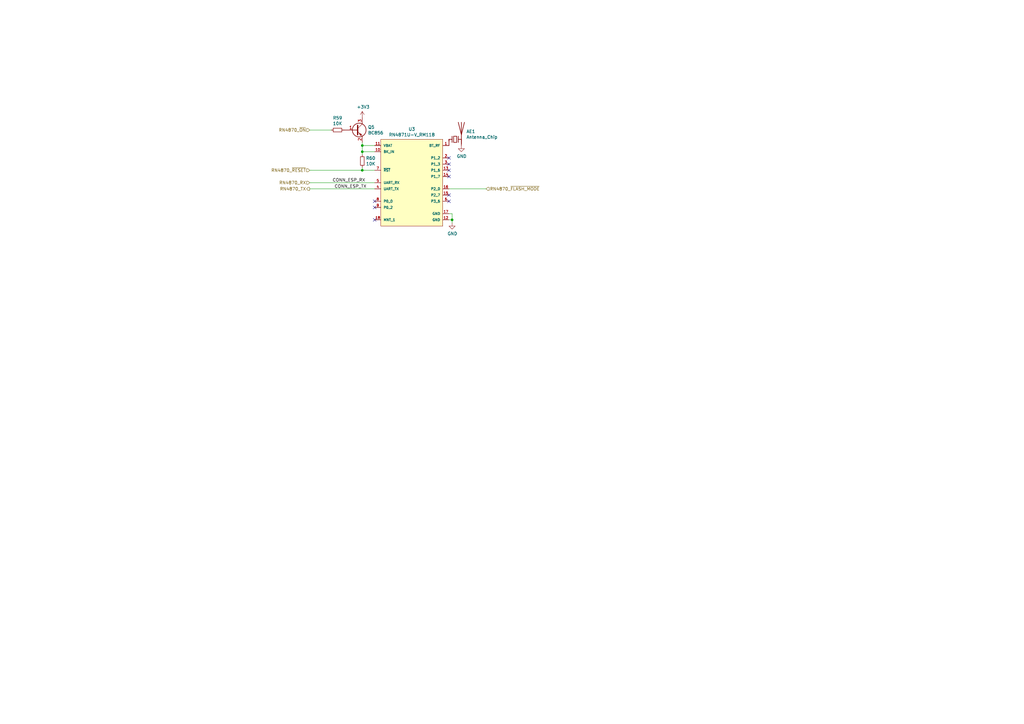
<source format=kicad_sch>
(kicad_sch (version 20211123) (generator eeschema)
  (paper "A3")
  (lib_symbols
    (symbol "Device:Antenna_Chip" (pin_numbers hide) (pin_names (offset 1.016) hide)
      (property "Reference" "AE" (at 0 5.08 0))
      (property "Value" "Antenna_Chip" (at 0 3.175 0))
      (symbol "Antenna_Chip_0_1"
        (polyline (pts (xy -2.54 0) (xy -2.54 -0.635)) (stroke (width 0.254)))
        (polyline (pts (xy -2.54 0) (xy -1.27 0)) (stroke (width 0.254)))
        (polyline (pts (xy 1.27 0) (xy 2.54 0)) (stroke (width 0.254)))
        (polyline (pts (xy 1.27 1.27) (xy 1.27 -1.27)) (stroke (width 0.254)))
        (polyline (pts (xy 2.54 -0.635) (xy 2.54 0)))
        (polyline (pts (xy 2.54 6.985) (xy 2.54 -1.905)) (stroke (width 0.254)))
        (polyline (pts (xy -1.27 1.27) (xy -1.27 -1.27) (xy -1.27 0)) (stroke (width 0.254)))
        (polyline (pts (xy 3.81 6.985) (xy 2.54 1.905) (xy 1.27 6.985)) (stroke (width 0.254)))
        (polyline (pts (xy -0.635 1.27) (xy 0.635 1.27) (xy 0.635 -1.27) (xy -0.635 -1.27) (xy -0.635 1.27)) (stroke (width 0.254)))
      )
      (symbol "Antenna_Chip_1_1"
        (pin input line (at -2.54 -2.54 90) (length 2.54) (name "FEED") (number "1"))
        (pin passive line (at 2.54 -2.54 90) (length 2.54) (name "PCB_Trace") (number "2"))
      )
    )
    (symbol "Device:R_Small" (pin_numbers hide) (pin_names (offset 0.254) hide)
      (property "Reference" "R" (at 0.762 0.508 0))
      (property "Value" "R_Small" (at 0.762 -1.016 0))
      (symbol "R_Small_0_1"
        (rectangle (start -0.762 1.778) (end 0.762 -1.778) (stroke (width 0.2032)))
      )
      (symbol "R_Small_1_1"
        (pin passive line (at 0 2.54 270) (length 0.762) (name "~") (number "1"))
        (pin passive line (at 0 -2.54 90) (length 0.762) (name "~") (number "2"))
      )
    )
    (symbol "Transistor_BJT:BC856" (pin_names (offset 0) hide)
      (property "Reference" "Q" (at 5.08 1.905 0))
      (property "Value" "BC856" (at 5.08 0 0))
      (symbol "BC856_0_1"
        (polyline (pts (xy 0.635 0.635) (xy 2.54 2.54)))
        (polyline (pts (xy 0.635 -0.635) (xy 2.54 -2.54) (xy 2.54 -2.54)))
        (polyline (pts (xy 0.635 1.905) (xy 0.635 -1.905) (xy 0.635 -1.905)) (stroke (width 0.508)))
        (polyline (pts (xy 2.286 -1.778) (xy 1.778 -2.286) (xy 1.27 -1.27) (xy 2.286 -1.778) (xy 2.286 -1.778)) (fill (type outline)))
        (circle (center 1.27 0) (radius 2.8194) (stroke (width 0.254)))
      )
      (symbol "BC856_1_1"
        (pin input line (at -5.08 0 0) (length 5.715) (name "B") (number "1"))
        (pin passive line (at 2.54 -5.08 90) (length 2.54) (name "E") (number "2"))
        (pin passive line (at 2.54 5.08 270) (length 2.54) (name "C") (number "3"))
      )
    )
    (symbol "eec:RN4871U-V_RM118" (pin_names (offset 1.016))
      (property "Reference" "U" (at 0 5.08 0))
      (property "Value" "RN4871U-V_RM118" (at 0 7.62 0))
      (symbol "RN4871U-V_RM118_1_1"
        (rectangle (start 5.08 2.54) (end 30.48 -33.02) (fill (type background)))
        (pin passive line (at 33.02 0 180) (length 2.54) (name "BT_RF") (number "1"))
        (pin passive line (at 2.54 -2.54 0) (length 2.54) (name "BK_IN") (number "10"))
        (pin passive line (at 2.54 0 0) (length 2.54) (name "VBAT") (number "11"))
        (pin passive line (at 33.02 -30.48 180) (length 2.54) (name "GND") (number "12"))
        (pin passive line (at 33.02 -10.16 180) (length 2.54) (name "P1_6") (number "13"))
        (pin passive line (at 33.02 -12.7 180) (length 2.54) (name "P1_7") (number "14"))
        (pin passive line (at 33.02 -20.32 180) (length 2.54) (name "P2_7") (number "15"))
        (pin passive line (at 33.02 -17.78 180) (length 2.54) (name "P2_0") (number "16"))
        (pin passive line (at 33.02 -27.94 180) (length 2.54) (name "GND") (number "17"))
        (pin passive line (at 2.54 -30.48 0) (length 2.54) (name "MNT_1") (number "18"))
        (pin passive line (at 33.02 -5.08 180) (length 2.54) (name "P1_2") (number "2"))
        (pin passive line (at 33.02 -7.62 180) (length 2.54) (name "P1_3") (number "3"))
        (pin passive line (at 2.54 -17.78 0) (length 2.54) (name "UART_TX") (number "4"))
        (pin passive line (at 2.54 -15.24 0) (length 2.54) (name "UART_RX") (number "5"))
        (pin passive line (at 33.02 -22.86 180) (length 2.54) (name "P3_6") (number "6"))
        (pin passive line (at 2.54 -10.16 0) (length 2.54) (name "~{RST}") (number "7"))
        (pin passive line (at 2.54 -22.86 0) (length 2.54) (name "P0_0") (number "8"))
        (pin passive line (at 2.54 -25.4 0) (length 2.54) (name "P0_2") (number "9"))
      )
    )
    (symbol "power:+3V3" (power) (pin_names (offset 0))
      (property "Value" "+3V3" (at 0 3.556 0))
      (symbol "+3V3_0_1"
        (polyline (pts (xy -0.762 1.27) (xy 0 2.54)))
        (polyline (pts (xy 0 0) (xy 0 2.54)))
        (polyline (pts (xy 0 2.54) (xy 0.762 1.27)))
      )
      (symbol "+3V3_1_1"
        (pin power_in line (at 0 0 90) (length 0) hide (name "+3V3") (number "1"))
      )
    )
    (symbol "power:GND" (power) (pin_names (offset 0))
      (property "Value" "GND" (at 0 -3.81 0))
      (symbol "GND_0_1"
        (polyline (pts (xy 0 0) (xy 0 -1.27) (xy 1.27 -1.27) (xy 0 -2.54) (xy -1.27 -1.27) (xy 0 -1.27)))
      )
      (symbol "GND_1_1"
        (pin power_in line (at 0 0 270) (length 0) hide (name "GND") (number "1"))
      )
    )
  )
  (junction (at 148.59 62.23))
  (junction (at 148.59 69.85))
  (junction (at 148.59 59.69))
  (junction (at 185.42 90.17))
  (no_connect (at 153.67 82.55))
  (no_connect (at 184.15 69.85))
  (no_connect (at 184.15 82.55))
  (no_connect (at 184.15 80.01))
  (no_connect (at 153.67 85.09))
  (no_connect (at 184.15 64.77))
  (no_connect (at 153.67 90.17))
  (no_connect (at 184.15 72.39))
  (no_connect (at 184.15 67.31))
  (wire (pts (xy 185.42 90.17) (xy 185.42 91.44)))
  (wire (pts (xy 148.59 62.23) (xy 153.67 62.23)))
  (wire (pts (xy 199.39 77.47) (xy 184.15 77.47)))
  (wire (pts (xy 184.15 90.17) (xy 185.42 90.17)))
  (wire (pts (xy 185.42 87.63) (xy 185.42 90.17)))
  (wire (pts (xy 153.67 77.47) (xy 127 77.47)))
  (wire (pts (xy 148.59 69.85) (xy 153.67 69.85)))
  (wire (pts (xy 148.59 59.69) (xy 153.67 59.69)))
  (wire (pts (xy 127 69.85) (xy 148.59 69.85)))
  (wire (pts (xy 127 74.93) (xy 153.67 74.93)))
  (wire (pts (xy 148.59 69.85) (xy 148.59 68.58)))
  (wire (pts (xy 127 53.34) (xy 135.89 53.34)))
  (wire (pts (xy 148.59 59.69) (xy 148.59 58.42)))
  (wire (pts (xy 148.59 63.5) (xy 148.59 62.23)))
  (wire (pts (xy 184.15 87.63) (xy 185.42 87.63)))
  (wire (pts (xy 148.59 62.23) (xy 148.59 59.69)))
  (label "CONN_ESP_TX" (at 137.16 77.47 0))
  (label "CONN_ESP_RX" (at 149.86 74.93 180))
  (hierarchical_label "RN4870_~{FLASH_MODE}" (shape input) (at 199.39 77.47 0))
  (hierarchical_label "RN4870_~{RESET}" (shape input) (at 127 69.85 180))
  (hierarchical_label "RN4870_TX" (shape output) (at 127 77.47 180))
  (hierarchical_label "RN4870_RX" (shape input) (at 127 74.93 180))
  (hierarchical_label "RN4870_~{ON}" (shape input) (at 127 53.34 180))
  (symbol (lib_id "power:GND") (at 185.42 91.44 0) (unit 1)
    (property "Reference" "#PWR0207" (effects hide))
    (property "Value" "GND" (at 185.547 95.8342 0))
  )
  (symbol (lib_id "power:+3V3") (at 148.59 48.26 0) (unit 1)
    (property "Reference" "#PWR0205" (effects hide))
    (property "Value" "+3V3" (at 148.971 43.8658 0))
  )
  (symbol (lib_id "eec:RN4871U-V_RM118") (at 151.13 59.69 0) (unit 1)
    (property "Reference" "U3" (at 168.91 52.959 0))
    (property "Value" "RN4871U-V_RM118" (at 168.91 55.2704 0))
    (property "Footprint" "eec:Microchip-RN4871U-V_RM118-0" (effects hide))
    (property "Datasheet" "http://ww1.microchip.com/downloads/en/DeviceDoc/50002489C.pdf" (effects hide))
    (property "category" "IC" (effects hide))
    (property "digikey description" "BLUETOOTH 4.2 BLE MODULE, UNSHIE" (effects hide))
    (property "digikey part number" "RN4871U-V/RM118-ND" (effects hide))
    (property "lead free" "yes" (effects hide))
    (property "library id" "836aeee1b1e3abae" (effects hide))
    (property "manufacturer" "Microchip" (effects hide))
    (property "mouser part number" "579-RN4871U-V/RM118" (effects hide))
    (property "package" "SMD17" (effects hide))
    (property "rohs" "yes" (effects hide))
    (property "temperature range high" "+70°C" (effects hide))
    (property "temperature range low" "-20°C" (effects hide))
  )
  (symbol (lib_id "Device:Antenna_Chip") (at 186.69 57.15 0) (unit 1)
    (property "Reference" "AE1" (at 191.262 53.9242 0) (effects (justify left)))
    (property "Value" "Antenna_Chip" (at 191.262 56.2356 0) (effects (justify left)))
    (property "Footprint" "RF_Antenna:Johanson_2450AT18x100" (effects hide))
  )
  (symbol (lib_id "power:GND") (at 189.23 59.69 0) (unit 1)
    (property "Reference" "#PWR0206" (effects hide))
    (property "Value" "GND" (at 189.357 64.0842 0))
  )
  (symbol (lib_id "Device:R_Small") (at 148.59 66.04 0) (unit 1)
    (property "Reference" "R60" (at 150.0886 64.8716 0) (effects (justify left)))
    (property "Value" "10K" (at 150.0886 67.183 0) (effects (justify left)))
    (property "Footprint" "Resistor_SMD:R_0402_1005Metric" (effects hide))
  )
  (symbol (lib_id "Transistor_BJT:BC856") (at 146.05 53.34 0) (unit 1)
    (property "Reference" "Q5" (at 150.9014 52.1716 0) (effects (justify left)))
    (property "Value" "BC856" (at 150.9014 54.483 0) (effects (justify left)))
    (property "Footprint" "Package_TO_SOT_SMD:SOT-23" (effects hide))
    (property "Datasheet" "https://www.onsemi.com/pub/Collateral/BC860-D.pdf" (effects hide))
  )
  (symbol (lib_id "Device:R_Small") (at 138.43 53.34 270) (unit 1)
    (property "Reference" "R59" (at 138.43 48.3616 90))
    (property "Value" "10K" (at 138.43 50.673 90))
    (property "Footprint" "Resistor_SMD:R_0402_1005Metric" (effects hide))
  )
)
</source>
